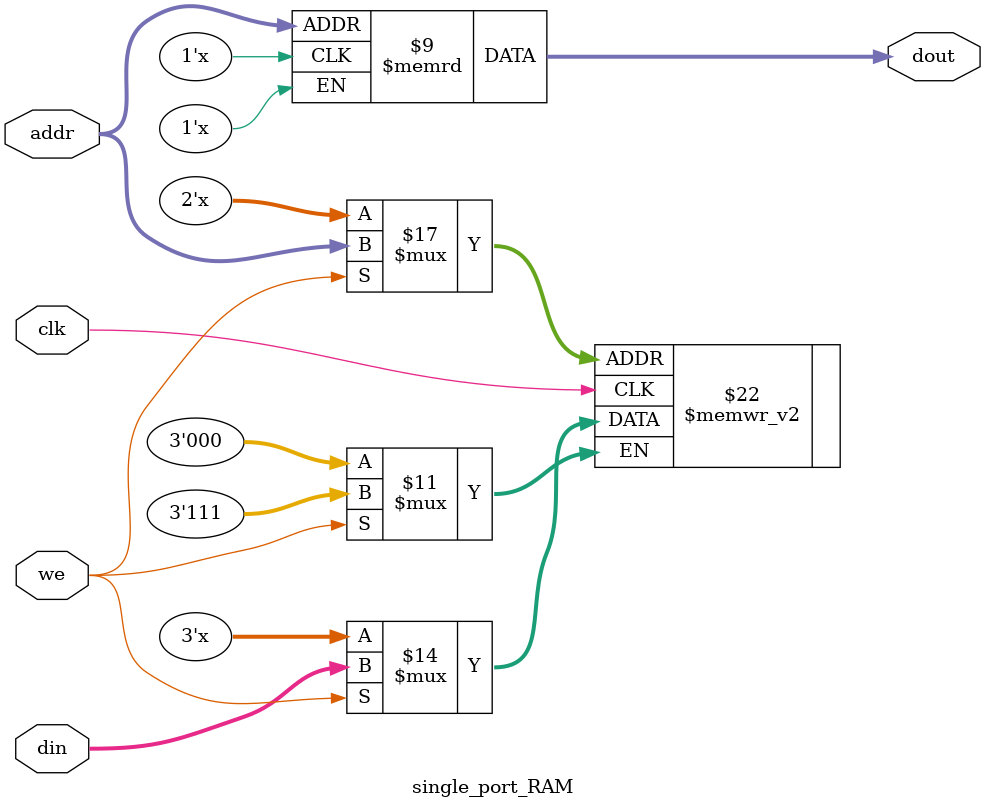
<source format=v>
`timescale 1ns / 1ps

module single_port_RAM
#(parameter addr_width = 2, data_width=3)(
    input wire clk,we,
    input wire [addr_width - 1:0] addr,
    input wire [data_width - 1:0] din,
    output wire [data_width - 1:0] dout
    );
    
    //create the RAM
    reg [data_width - 1:0] single_port_ram [2**addr_width - 1:0];
    
always @ (posedge  clk) begin
    if(we)    
        single_port_ram [addr] <= din; //data write
end
assign dout = single_port_ram[addr];
endmodule

</source>
